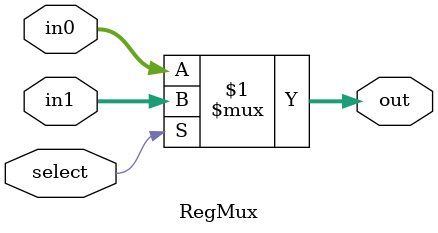
<source format=v>
`timescale 1ns / 1ps


module RegMux(
    input select,
    input [4:0] in0,
    input [4:0] in1,
    output [4:0] out
    );
    assign out = select?in1:in0;
endmodule
</source>
